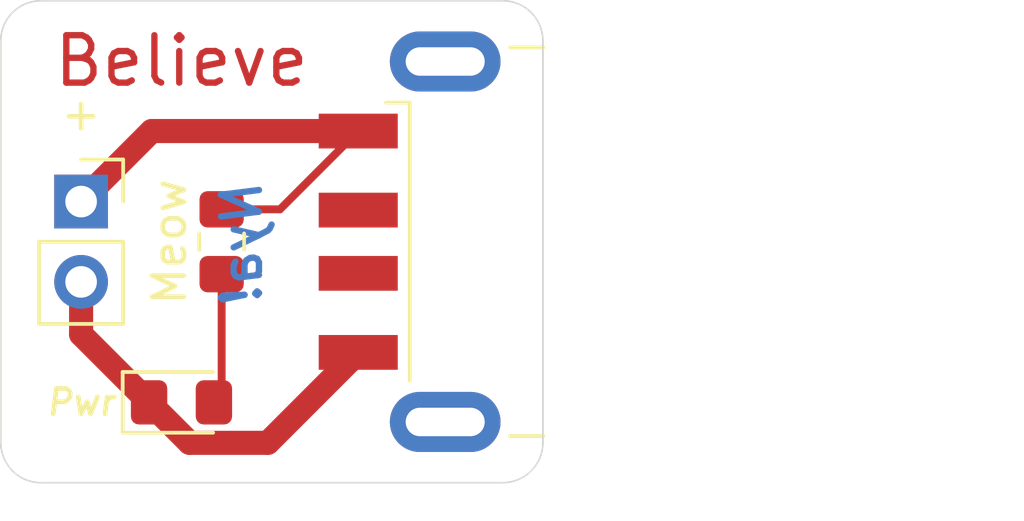
<source format=kicad_pcb>
(kicad_pcb (version 20171130) (host pcbnew "(5.1.6)-1")

  (general
    (thickness 1.6)
    (drawings 10)
    (tracks 11)
    (zones 0)
    (modules 4)
    (nets 7)
  )

  (page A4)
  (layers
    (0 F.Cu signal)
    (31 B.Cu signal)
    (32 B.Adhes user)
    (33 F.Adhes user)
    (34 B.Paste user)
    (35 F.Paste user)
    (36 B.SilkS user)
    (37 F.SilkS user)
    (38 B.Mask user)
    (39 F.Mask user)
    (40 Dwgs.User user)
    (41 Cmts.User user)
    (42 Eco1.User user)
    (43 Eco2.User user)
    (44 Edge.Cuts user)
    (45 Margin user)
    (46 B.CrtYd user)
    (47 F.CrtYd user)
    (48 B.Fab user)
    (49 F.Fab user)
  )

  (setup
    (last_trace_width 0.25)
    (user_trace_width 0.381)
    (user_trace_width 0.4064)
    (user_trace_width 0.762)
    (trace_clearance 0.2)
    (zone_clearance 0.508)
    (zone_45_only no)
    (trace_min 0.2)
    (via_size 0.8)
    (via_drill 0.4)
    (via_min_size 0.4)
    (via_min_drill 0.3)
    (uvia_size 0.3)
    (uvia_drill 0.1)
    (uvias_allowed no)
    (uvia_min_size 0.2)
    (uvia_min_drill 0.1)
    (edge_width 0.05)
    (segment_width 0.2)
    (pcb_text_width 0.3)
    (pcb_text_size 1.5 1.5)
    (mod_edge_width 0.12)
    (mod_text_size 1 1)
    (mod_text_width 0.15)
    (pad_size 1.524 1.524)
    (pad_drill 0.762)
    (pad_to_mask_clearance 0.05)
    (aux_axis_origin 0 0)
    (visible_elements FFFFFF7F)
    (pcbplotparams
      (layerselection 0x010fc_ffffffff)
      (usegerberextensions false)
      (usegerberattributes true)
      (usegerberadvancedattributes true)
      (creategerberjobfile true)
      (excludeedgelayer true)
      (linewidth 0.100000)
      (plotframeref false)
      (viasonmask false)
      (mode 1)
      (useauxorigin false)
      (hpglpennumber 1)
      (hpglpenspeed 20)
      (hpglpendiameter 15.000000)
      (psnegative false)
      (psa4output false)
      (plotreference true)
      (plotvalue true)
      (plotinvisibletext false)
      (padsonsilk false)
      (subtractmaskfromsilk false)
      (outputformat 1)
      (mirror false)
      (drillshape 1)
      (scaleselection 1)
      (outputdirectory ""))
  )

  (net 0 "")
  (net 1 "Net-(D1-Pad2)")
  (net 2 GND)
  (net 3 "Net-(J1-Pad5)")
  (net 4 +5V)
  (net 5 "Net-(J1-Pad3)")
  (net 6 "Net-(J1-Pad2)")

  (net_class Default "This is the default net class."
    (clearance 0.2)
    (trace_width 0.25)
    (via_dia 0.8)
    (via_drill 0.4)
    (uvia_dia 0.3)
    (uvia_drill 0.1)
    (add_net +5V)
    (add_net GND)
    (add_net "Net-(D1-Pad2)")
    (add_net "Net-(J1-Pad2)")
    (add_net "Net-(J1-Pad3)")
    (add_net "Net-(J1-Pad5)")
  )

  (module Resistor_SMD:R_0805_2012Metric_Pad1.15x1.40mm_HandSolder (layer F.Cu) (tedit 5B36C52B) (tstamp 5F1A5CC0)
    (at 156.21 105.41 90)
    (descr "Resistor SMD 0805 (2012 Metric), square (rectangular) end terminal, IPC_7351 nominal with elongated pad for handsoldering. (Body size source: https://docs.google.com/spreadsheets/d/1BsfQQcO9C6DZCsRaXUlFlo91Tg2WpOkGARC1WS5S8t0/edit?usp=sharing), generated with kicad-footprint-generator")
    (tags "resistor handsolder")
    (path /5F1A4A54)
    (attr smd)
    (fp_text reference Meow (at 0 -1.65 90) (layer F.SilkS)
      (effects (font (size 1 1) (thickness 0.15)))
    )
    (fp_text value R (at 0 1.65 90) (layer F.Fab)
      (effects (font (size 1 1) (thickness 0.15)))
    )
    (fp_text user %R (at 0 0 90) (layer F.Fab)
      (effects (font (size 0.5 0.5) (thickness 0.08)))
    )
    (fp_line (start -1 0.6) (end -1 -0.6) (layer F.Fab) (width 0.1))
    (fp_line (start -1 -0.6) (end 1 -0.6) (layer F.Fab) (width 0.1))
    (fp_line (start 1 -0.6) (end 1 0.6) (layer F.Fab) (width 0.1))
    (fp_line (start 1 0.6) (end -1 0.6) (layer F.Fab) (width 0.1))
    (fp_line (start -0.261252 -0.71) (end 0.261252 -0.71) (layer F.SilkS) (width 0.12))
    (fp_line (start -0.261252 0.71) (end 0.261252 0.71) (layer F.SilkS) (width 0.12))
    (fp_line (start -1.85 0.95) (end -1.85 -0.95) (layer F.CrtYd) (width 0.05))
    (fp_line (start -1.85 -0.95) (end 1.85 -0.95) (layer F.CrtYd) (width 0.05))
    (fp_line (start 1.85 -0.95) (end 1.85 0.95) (layer F.CrtYd) (width 0.05))
    (fp_line (start 1.85 0.95) (end -1.85 0.95) (layer F.CrtYd) (width 0.05))
    (pad 2 smd roundrect (at 1.025 0 90) (size 1.15 1.4) (layers F.Cu F.Paste F.Mask) (roundrect_rratio 0.217391)
      (net 4 +5V))
    (pad 1 smd roundrect (at -1.025 0 90) (size 1.15 1.4) (layers F.Cu F.Paste F.Mask) (roundrect_rratio 0.217391)
      (net 1 "Net-(D1-Pad2)"))
    (model ${KISYS3DMOD}/Resistor_SMD.3dshapes/R_0805_2012Metric.wrl
      (at (xyz 0 0 0))
      (scale (xyz 1 1 1))
      (rotate (xyz 0 0 0))
    )
  )

  (module Connector_PinSocket_2.54mm:PinSocket_1x02_P2.54mm_Vertical (layer F.Cu) (tedit 5A19A420) (tstamp 5F1A5CAF)
    (at 151.765 104.14)
    (descr "Through hole straight socket strip, 1x02, 2.54mm pitch, single row (from Kicad 4.0.7), script generated")
    (tags "Through hole socket strip THT 1x02 2.54mm single row")
    (path /5F1A15FF)
    (fp_text reference + (at 0 -2.77) (layer F.SilkS)
      (effects (font (size 1 1) (thickness 0.15)))
    )
    (fp_text value Fan (at 0 5.31) (layer F.Fab)
      (effects (font (size 1 1) (thickness 0.15)))
    )
    (fp_text user %R (at 0 1.27 90) (layer F.Fab)
      (effects (font (size 1 1) (thickness 0.15)))
    )
    (fp_line (start -1.27 -1.27) (end 0.635 -1.27) (layer F.Fab) (width 0.1))
    (fp_line (start 0.635 -1.27) (end 1.27 -0.635) (layer F.Fab) (width 0.1))
    (fp_line (start 1.27 -0.635) (end 1.27 3.81) (layer F.Fab) (width 0.1))
    (fp_line (start 1.27 3.81) (end -1.27 3.81) (layer F.Fab) (width 0.1))
    (fp_line (start -1.27 3.81) (end -1.27 -1.27) (layer F.Fab) (width 0.1))
    (fp_line (start -1.33 1.27) (end 1.33 1.27) (layer F.SilkS) (width 0.12))
    (fp_line (start -1.33 1.27) (end -1.33 3.87) (layer F.SilkS) (width 0.12))
    (fp_line (start -1.33 3.87) (end 1.33 3.87) (layer F.SilkS) (width 0.12))
    (fp_line (start 1.33 1.27) (end 1.33 3.87) (layer F.SilkS) (width 0.12))
    (fp_line (start 1.33 -1.33) (end 1.33 0) (layer F.SilkS) (width 0.12))
    (fp_line (start 0 -1.33) (end 1.33 -1.33) (layer F.SilkS) (width 0.12))
    (fp_line (start -1.8 -1.8) (end 1.75 -1.8) (layer F.CrtYd) (width 0.05))
    (fp_line (start 1.75 -1.8) (end 1.75 4.3) (layer F.CrtYd) (width 0.05))
    (fp_line (start 1.75 4.3) (end -1.8 4.3) (layer F.CrtYd) (width 0.05))
    (fp_line (start -1.8 4.3) (end -1.8 -1.8) (layer F.CrtYd) (width 0.05))
    (pad 2 thru_hole oval (at 0 2.54) (size 1.7 1.7) (drill 1) (layers *.Cu *.Mask)
      (net 2 GND))
    (pad 1 thru_hole rect (at 0 0) (size 1.7 1.7) (drill 1) (layers *.Cu *.Mask)
      (net 4 +5V))
    (model ${KISYS3DMOD}/Connector_PinSocket_2.54mm.3dshapes/PinSocket_1x02_P2.54mm_Vertical.wrl
      (at (xyz 0 0 0))
      (scale (xyz 1 1 1))
      (rotate (xyz 0 0 0))
    )
  )

  (module Connector_USB:USB_A_CNCTech_1001-011-01101_Horizontal (layer F.Cu) (tedit 5E754393) (tstamp 5F1A5C99)
    (at 170.18 105.41)
    (descr "USB type A Plug, Horizontal, http://cnctech.us/pdfs/1001-011-01101.pdf")
    (tags USB-A)
    (path /5F1A0092)
    (attr smd)
    (fp_text reference J1 (at -6.9 -8) (layer F.SilkS) hide
      (effects (font (size 1 1) (thickness 0.15)))
    )
    (fp_text value USB_A (at 0 8 180) (layer F.Fab)
      (effects (font (size 1 1) (thickness 0.15)))
    )
    (fp_text user %R (at -6 0 90) (layer F.Fab)
      (effects (font (size 1 1) (thickness 0.15)))
    )
    (fp_text user "PCB Edge" (at -4.55 -0.05 90) (layer Dwgs.User)
      (effects (font (size 0.6 0.6) (thickness 0.09)))
    )
    (fp_line (start -7.9 6.025) (end -7.9 -6.025) (layer F.Fab) (width 0.1))
    (fp_line (start -7.9 -6.025) (end 10.9 -6.025) (layer F.Fab) (width 0.1))
    (fp_line (start -7.9 6.025) (end 10.9 6.025) (layer F.Fab) (width 0.1))
    (fp_line (start 10.9 6.025) (end 10.9 -6.025) (layer F.Fab) (width 0.1))
    (fp_line (start -10.4 3.75) (end -10.4 3.25) (layer F.Fab) (width 0.1))
    (fp_line (start -10.4 3.25) (end -7.9 3.25) (layer F.Fab) (width 0.1))
    (fp_line (start -10.4 3.75) (end -7.9 3.75) (layer F.Fab) (width 0.1))
    (fp_line (start -10.4 0.75) (end -7.9 0.75) (layer F.Fab) (width 0.1))
    (fp_line (start -10.4 1.25) (end -10.4 0.75) (layer F.Fab) (width 0.1))
    (fp_line (start -10.4 1.25) (end -7.9 1.25) (layer F.Fab) (width 0.1))
    (fp_line (start -10.4 -0.75) (end -10.4 -1.25) (layer F.Fab) (width 0.1))
    (fp_line (start -10.4 -0.75) (end -7.9 -0.75) (layer F.Fab) (width 0.1))
    (fp_line (start -10.4 -1.25) (end -7.9 -1.25) (layer F.Fab) (width 0.1))
    (fp_line (start -10.4 -3.75) (end -7.9 -3.75) (layer F.Fab) (width 0.1))
    (fp_line (start -10.4 -3.25) (end -10.4 -3.75) (layer F.Fab) (width 0.1))
    (fp_line (start -10.4 -3.25) (end -7.9 -3.25) (layer F.Fab) (width 0.1))
    (fp_circle (center -6.9 -2.3) (end -6.9 -2.8) (layer F.Fab) (width 0.1))
    (fp_circle (center -6.9 2.3) (end -6.9 2.8) (layer F.Fab) (width 0.1))
    (fp_line (start -8.02 -4.4) (end -8.02 4.4) (layer F.SilkS) (width 0.12))
    (fp_line (start -3.8 6.025) (end -3.8 -6.025) (layer Dwgs.User) (width 0.1))
    (fp_line (start -4.85 -6.145) (end -3.8 -6.145) (layer F.SilkS) (width 0.12))
    (fp_line (start -4.85 6.145) (end -3.8 6.145) (layer F.SilkS) (width 0.12))
    (fp_line (start -11.4 4.55) (end -11.4 -4.55) (layer F.CrtYd) (width 0.05))
    (fp_line (start -11.4 -4.55) (end -9.15 -4.55) (layer F.CrtYd) (width 0.05))
    (fp_line (start -9.15 -7.15) (end -9.15 -4.55) (layer F.CrtYd) (width 0.05))
    (fp_line (start -9.15 -7.15) (end -4.65 -7.15) (layer F.CrtYd) (width 0.05))
    (fp_line (start -4.65 -6.52) (end -4.65 -7.15) (layer F.CrtYd) (width 0.05))
    (fp_line (start -4.65 -6.52) (end 11.4 -6.52) (layer F.CrtYd) (width 0.05))
    (fp_line (start 11.4 6.52) (end 11.4 -6.52) (layer F.CrtYd) (width 0.05))
    (fp_line (start -4.65 6.52) (end 11.4 6.52) (layer F.CrtYd) (width 0.05))
    (fp_line (start -4.65 7.15) (end -4.65 6.52) (layer F.CrtYd) (width 0.05))
    (fp_line (start -9.15 7.15) (end -4.65 7.15) (layer F.CrtYd) (width 0.05))
    (fp_line (start -9.15 4.55) (end -9.15 7.15) (layer F.CrtYd) (width 0.05))
    (fp_line (start -11.4 4.55) (end -9.15 4.55) (layer F.CrtYd) (width 0.05))
    (fp_line (start -8.02 -4.4) (end -8.775 -4.4) (layer F.SilkS) (width 0.12))
    (fp_line (start -7.75 -3.5) (end -7.25 -3) (layer F.Fab) (width 0.1))
    (fp_line (start -7.75 -3.5) (end -7.25 -4) (layer F.Fab) (width 0.1))
    (fp_line (start -7.25 -4) (end -7.25 -3.05) (layer F.Fab) (width 0.1))
    (pad "" np_thru_hole circle (at -6.9 2.3) (size 1.1 1.1) (drill 1.1) (layers *.Cu *.Mask))
    (pad "" np_thru_hole circle (at -6.9 -2.3) (size 1.1 1.1) (drill 1.1) (layers *.Cu *.Mask))
    (pad 5 thru_hole oval (at -6.9 5.7) (size 3.5 1.9) (drill oval 2.5 0.9) (layers *.Cu *.Mask)
      (net 3 "Net-(J1-Pad5)"))
    (pad 5 thru_hole oval (at -6.9 -5.7) (size 3.5 1.9) (drill oval 2.5 0.9) (layers *.Cu *.Mask)
      (net 3 "Net-(J1-Pad5)"))
    (pad 4 smd rect (at -9.65 3.5) (size 2.5 1.1) (layers F.Cu F.Paste F.Mask)
      (net 2 GND))
    (pad 1 smd rect (at -9.65 -3.5) (size 2.5 1.1) (layers F.Cu F.Paste F.Mask)
      (net 4 +5V))
    (pad 3 smd rect (at -9.65 1) (size 2.5 1.1) (layers F.Cu F.Paste F.Mask)
      (net 5 "Net-(J1-Pad3)"))
    (pad 2 smd rect (at -9.65 -1) (size 2.5 1.1) (layers F.Cu F.Paste F.Mask)
      (net 6 "Net-(J1-Pad2)"))
    (model ${KISYS3DMOD}/Connector_USB.3dshapes/USB_A_CNCTech_1001-011-01101_Horizontal.wrl
      (at (xyz 0 0 0))
      (scale (xyz 1 1 1))
      (rotate (xyz 0 0 0))
    )
  )

  (module LED_SMD:LED_0805_2012Metric_Pad1.15x1.40mm_HandSolder (layer F.Cu) (tedit 5B4B45C9) (tstamp 5F1A5C65)
    (at 154.94 110.49)
    (descr "LED SMD 0805 (2012 Metric), square (rectangular) end terminal, IPC_7351 nominal, (Body size source: https://docs.google.com/spreadsheets/d/1BsfQQcO9C6DZCsRaXUlFlo91Tg2WpOkGARC1WS5S8t0/edit?usp=sharing), generated with kicad-footprint-generator")
    (tags "LED handsolder")
    (path /5F1A3160)
    (attr smd)
    (fp_text reference Pwr (at -3.175 0) (layer F.SilkS)
      (effects (font (size 0.8 0.8) (thickness 0.15) italic))
    )
    (fp_text value LED (at 0 1.65) (layer F.Fab)
      (effects (font (size 1 1) (thickness 0.15)))
    )
    (fp_text user %R (at 0 0) (layer F.Fab)
      (effects (font (size 0.5 0.5) (thickness 0.08)))
    )
    (fp_line (start 1 -0.6) (end -0.7 -0.6) (layer F.Fab) (width 0.1))
    (fp_line (start -0.7 -0.6) (end -1 -0.3) (layer F.Fab) (width 0.1))
    (fp_line (start -1 -0.3) (end -1 0.6) (layer F.Fab) (width 0.1))
    (fp_line (start -1 0.6) (end 1 0.6) (layer F.Fab) (width 0.1))
    (fp_line (start 1 0.6) (end 1 -0.6) (layer F.Fab) (width 0.1))
    (fp_line (start 1 -0.96) (end -1.86 -0.96) (layer F.SilkS) (width 0.12))
    (fp_line (start -1.86 -0.96) (end -1.86 0.96) (layer F.SilkS) (width 0.12))
    (fp_line (start -1.86 0.96) (end 1 0.96) (layer F.SilkS) (width 0.12))
    (fp_line (start -1.85 0.95) (end -1.85 -0.95) (layer F.CrtYd) (width 0.05))
    (fp_line (start -1.85 -0.95) (end 1.85 -0.95) (layer F.CrtYd) (width 0.05))
    (fp_line (start 1.85 -0.95) (end 1.85 0.95) (layer F.CrtYd) (width 0.05))
    (fp_line (start 1.85 0.95) (end -1.85 0.95) (layer F.CrtYd) (width 0.05))
    (pad 2 smd roundrect (at 1.025 0) (size 1.15 1.4) (layers F.Cu F.Paste F.Mask) (roundrect_rratio 0.217391)
      (net 1 "Net-(D1-Pad2)"))
    (pad 1 smd roundrect (at -1.025 0) (size 1.15 1.4) (layers F.Cu F.Paste F.Mask) (roundrect_rratio 0.217391)
      (net 2 GND))
    (model ${KISYS3DMOD}/LED_SMD.3dshapes/LED_0805_2012Metric.wrl
      (at (xyz 0 0 0))
      (scale (xyz 1 1 1))
      (rotate (xyz 0 0 0))
    )
  )

  (gr_text Nya! (at 156.845 105.41 90) (layer B.Cu)
    (effects (font (size 1.2 1.2) (thickness 0.2) italic) (justify mirror))
  )
  (gr_text Believe (at 154.94 99.695) (layer F.Cu)
    (effects (font (size 1.5 1.5) (thickness 0.2)))
  )
  (gr_line (start 149.225 99.06) (end 149.225 111.76) (layer Edge.Cuts) (width 0.05) (tstamp 5F1A5EA9))
  (gr_arc (start 150.495 111.76) (end 149.225 111.76) (angle -90) (layer Edge.Cuts) (width 0.05))
  (gr_arc (start 150.495 99.06) (end 150.495 97.79) (angle -90) (layer Edge.Cuts) (width 0.05))
  (gr_line (start 165.1 113.03) (end 150.495 113.03) (layer Edge.Cuts) (width 0.05))
  (gr_line (start 165.1 97.79) (end 150.495 97.79) (layer Edge.Cuts) (width 0.05))
  (gr_arc (start 165.1 111.76) (end 165.1 113.03) (angle -90) (layer Edge.Cuts) (width 0.05))
  (gr_arc (start 165.1 99.06) (end 166.37 99.06) (angle -90) (layer Edge.Cuts) (width 0.05))
  (gr_line (start 166.37 111.76) (end 166.37 99.06) (layer Edge.Cuts) (width 0.05))

  (segment (start 156.21 110.245) (end 155.965 110.49) (width 0.25) (layer F.Cu) (net 1))
  (segment (start 156.21 106.435) (end 156.21 110.245) (width 0.25) (layer F.Cu) (net 1))
  (segment (start 155.19601 111.77101) (end 153.915 110.49) (width 0.762) (layer F.Cu) (net 2))
  (segment (start 157.66899 111.77101) (end 155.19601 111.77101) (width 0.762) (layer F.Cu) (net 2))
  (segment (start 160.53 108.91) (end 157.66899 111.77101) (width 0.762) (layer F.Cu) (net 2))
  (segment (start 151.765 108.34) (end 153.915 110.49) (width 0.762) (layer F.Cu) (net 2))
  (segment (start 151.765 106.68) (end 151.765 108.34) (width 0.762) (layer F.Cu) (net 2))
  (segment (start 153.995 101.91) (end 151.765 104.14) (width 0.762) (layer F.Cu) (net 4))
  (segment (start 160.53 101.91) (end 153.995 101.91) (width 0.762) (layer F.Cu) (net 4))
  (segment (start 158.055 104.385) (end 160.53 101.91) (width 0.25) (layer F.Cu) (net 4))
  (segment (start 156.21 104.385) (end 158.055 104.385) (width 0.25) (layer F.Cu) (net 4))

)

</source>
